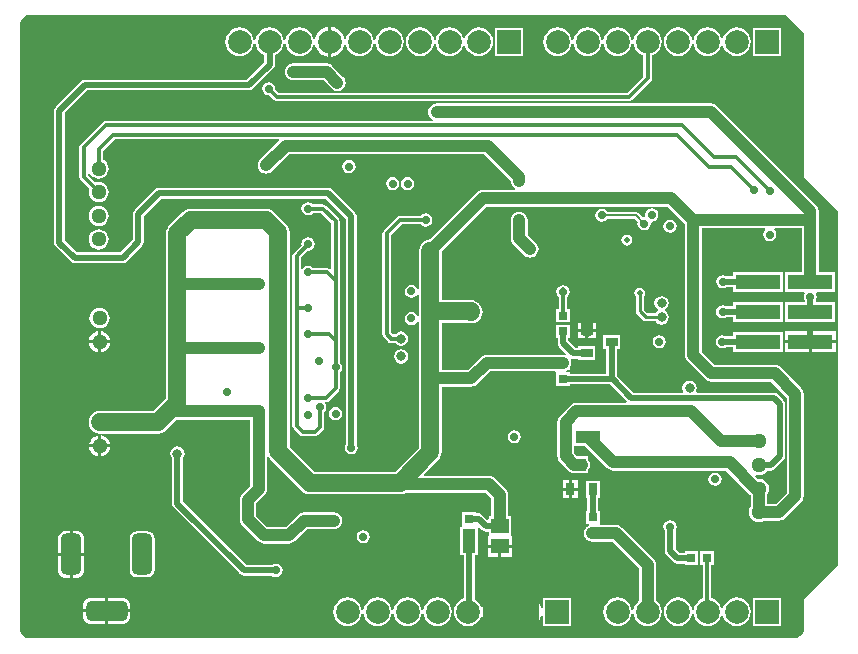
<source format=gbl>
%FSTAX24Y24*%
%MOIN*%
%SFA1B1*%

%IPPOS*%
%AMD42*
4,1,8,-0.016700,-0.068900,0.016700,-0.068900,0.033400,-0.052200,0.033400,0.052200,0.016700,0.068900,-0.016700,0.068900,-0.033400,0.052200,-0.033400,-0.052200,-0.016700,-0.068900,0.0*
1,1,0.033400,-0.016700,-0.052200*
1,1,0.033400,0.016700,-0.052200*
1,1,0.033400,0.016700,0.052200*
1,1,0.033400,-0.016700,0.052200*
%
%AMD43*
4,1,8,0.068900,-0.016700,0.068900,0.016700,0.052200,0.033400,-0.052200,0.033400,-0.068900,0.016700,-0.068900,-0.016700,-0.052200,-0.033400,0.052200,-0.033400,0.068900,-0.016700,0.0*
1,1,0.033400,0.052200,-0.016700*
1,1,0.033400,0.052200,0.016700*
1,1,0.033400,-0.052200,0.016700*
1,1,0.033400,-0.052200,-0.016700*
%
%ADD10R,0.031500X0.029500*%
%ADD12R,0.029500X0.031500*%
%ADD13R,0.043300X0.078700*%
%ADD14R,0.031500X0.031500*%
%ADD16R,0.031500X0.031500*%
%ADD17R,0.078700X0.043300*%
%ADD22R,0.150000X0.050000*%
%ADD33C,0.010000*%
%ADD34C,0.019700*%
%ADD35C,0.039400*%
%ADD37C,0.011800*%
%ADD38C,0.008000*%
%ADD39C,0.051200*%
%ADD40R,0.078700X0.078700*%
%ADD41C,0.078700*%
G04~CAMADD=42~8~0.0~0.0~669.0~1378.0~167.0~0.0~15~0.0~0.0~0.0~0.0~0~0.0~0.0~0.0~0.0~0~0.0~0.0~0.0~180.0~668.0~1377.0*
%ADD42D42*%
G04~CAMADD=43~8~0.0~0.0~669.0~1378.0~167.0~0.0~15~0.0~0.0~0.0~0.0~0~0.0~0.0~0.0~0.0~0~0.0~0.0~0.0~270.0~1378.0~668.0*
%ADD43D43*%
%ADD44C,0.031500*%
%ADD45C,0.027600*%
%ADD46C,0.019700*%
%ADD47R,0.059100X0.051200*%
%ADD48R,0.040000X0.030000*%
%ADD49R,0.030000X0.040000*%
%ADD50C,0.059100*%
%ADD51R,0.190600X0.101400*%
%LNvapeixshield-1*%
%LPD*%
G36*
X000429Y020936D02*
X000471D01*
X025679*
X026269Y020346*
Y015604*
X026279Y015553*
X026307Y015511*
X027419Y014399*
Y002615*
X026306Y001503*
X026278Y00146*
X026268Y00141*
Y000429*
X02624Y000362*
X026162Y00026*
X02606Y000182*
X026027Y000168*
X000577*
X000569*
X00052Y00017*
X000494Y000171*
X000445Y000175*
X000407Y000179*
X000375Y000187*
X00035Y000195*
X000315Y000202*
X000234Y000256*
X00018Y000337*
X000162Y000429*
X000163Y000436*
X000164Y000445*
Y000452*
X000163Y000456*
Y020708*
X000164*
X000179Y020784*
X000233Y020865*
X000314Y020919*
X000374Y020932*
X000422Y020936*
X000429*
G37*
%LNvapeixshield-2*%
%LPC*%
G36*
X015436Y020532D02*
X015313Y020515D01*
X015198Y020468*
X015099Y020392*
X015024Y020293*
X014978Y020183*
X014966Y020178*
X014938*
X014926Y020183*
X01488Y020293*
X014805Y020392*
X014706Y020468*
X014591Y020515*
X014468Y020532*
X014344Y020515*
X014229Y020468*
X014131Y020392*
X014055Y020293*
X014007Y020178*
X014001Y020128*
X01395*
X013944Y020178*
X013896Y020293*
X01382Y020392*
X013722Y020468*
X013607Y020515*
X013483Y020532*
X01336Y020515*
X013245Y020468*
X013147Y020392*
X013071Y020293*
X013023Y020178*
X013007Y020055*
X013023Y019932*
X013071Y019817*
X013147Y019718*
X013245Y019642*
X01336Y019595*
X013483Y019579*
X013607Y019595*
X013722Y019642*
X01382Y019718*
X013896Y019817*
X013944Y019932*
X01395Y019982*
X014001*
X014007Y019932*
X014055Y019817*
X014131Y019718*
X014229Y019642*
X014344Y019595*
X014468Y019579*
X014591Y019595*
X014706Y019642*
X014805Y019718*
X01488Y019817*
X014926Y019927*
X014938Y019932*
X014966*
X014978Y019927*
X015024Y019817*
X015099Y019718*
X015198Y019642*
X015313Y019595*
X015436Y019579*
X01556Y019595*
X015674Y019642*
X015773Y019718*
X015849Y019817*
X015897Y019932*
X015913Y020055*
X015897Y020178*
X015849Y020293*
X015773Y020392*
X015674Y020468*
X01556Y020515*
X015436Y020532*
G37*
G36*
X024036D02*
X023913Y020515D01*
X023798Y020468*
X023699Y020392*
X023624Y020293*
X023578Y020183*
X023565Y020178*
X023538*
X023526Y020183*
X02348Y020293*
X023405Y020392*
X023306Y020468*
X023191Y020515*
X023068Y020532*
X022944Y020515*
X022829Y020468*
X022731Y020392*
X022655Y020293*
X022607Y020178*
X022601Y020128*
X02255*
X022544Y020178*
X022496Y020293*
X02242Y020392*
X022322Y020468*
X022207Y020515*
X022083Y020532*
X02196Y020515*
X021845Y020468*
X021746Y020392*
X021671Y020293*
X021623Y020178*
X021607Y020055*
X021623Y019932*
X021671Y019817*
X021746Y019718*
X021845Y019642*
X02196Y019595*
X022083Y019578*
X022207Y019595*
X022322Y019642*
X02242Y019718*
X022496Y019817*
X022544Y019932*
X02255Y019982*
X022601*
X022607Y019932*
X022655Y019817*
X022731Y019718*
X022829Y019642*
X022944Y019595*
X023068Y019578*
X023191Y019595*
X023306Y019642*
X023405Y019718*
X02348Y019817*
X023526Y019927*
X023538Y019932*
X023565*
X023578Y019927*
X023624Y019817*
X023699Y019718*
X023798Y019642*
X023913Y019595*
X024036Y019578*
X02416Y019595*
X024274Y019642*
X024373Y019718*
X024449Y019817*
X024496Y019932*
X024513Y020055*
X024496Y020178*
X024449Y020293*
X024373Y020392*
X024274Y020468*
X02416Y020515*
X024036Y020532*
G37*
G36*
X010418Y020547D02*
X010339Y020536D01*
X010219Y020486*
X010116Y020407*
X010036Y020304*
X009987Y020184*
X009982Y02015*
X009932*
X009928Y020178*
X00988Y020293*
X009805Y020392*
X009706Y020468*
X009591Y020515*
X009468Y020532*
X009344Y020515*
X009229Y020468*
X009131Y020392*
X009055Y020293*
X009007Y020178*
X008996Y020091*
X008993Y020068*
X008942*
X00894Y020091*
X008928Y020178*
X00888Y020293*
X008805Y020392*
X008706Y020468*
X008591Y020515*
X008468Y020532*
X008344Y020515*
X008229Y020468*
X008131Y020392*
X008055Y020293*
X008007Y020178*
X007996Y020091*
X007993Y020068*
X007943*
X00794Y020091*
X007928Y020178*
X00788Y020293*
X007805Y020392*
X007706Y020468*
X007591Y020515*
X007468Y020532*
X007344Y020515*
X007229Y020468*
X007131Y020392*
X007055Y020293*
X007007Y020178*
X006991Y020055*
X007007Y019932*
X007055Y019817*
X007131Y019718*
X007229Y019642*
X007344Y019595*
X007468Y019579*
X007591Y019595*
X007706Y019642*
X007805Y019718*
X00788Y019817*
X007928Y019932*
X00794Y02002*
X007943Y020042*
X007993*
X007996Y02002*
X008007Y019932*
X008055Y019817*
X008131Y019718*
X008229Y019642*
X008287Y019619*
Y01937*
X007711Y018794*
X002311*
X002242Y01878*
X002184Y018741*
X001332Y017889*
X001293Y017831*
X001279Y017761*
Y013361*
X001293Y013291*
X001332Y013233*
X001838Y012727*
X001897Y012688*
X001966Y012674*
X003568*
X003638Y012688*
X003696Y012727*
X004223Y013254*
X004263Y013313*
X004276Y013382*
Y01424*
X00486Y014823*
X010347*
X011011Y014159*
Y006648*
X010988Y006613*
X010971Y006529*
X010988Y006444*
X011036Y006373*
X011108Y006325*
X011192Y006308*
X011277Y006325*
X011348Y006373*
X011396Y006444*
X011413Y006529*
X011396Y006613*
X011373Y006648*
Y014233*
X011359Y014303*
X01132Y014361*
X010549Y015132*
X010491Y015171*
X010422Y015185*
X004785*
X004716Y015171*
X004657Y015132*
X003968Y014442*
X003929Y014384*
X003915Y014315*
Y013457*
X003494Y013035*
X002041*
X00164Y013435*
Y017687*
X002386Y018432*
X007786*
X007855Y018446*
X007914Y018485*
X008595Y019167*
X008635Y019226*
X008648Y019295*
Y019619*
X008706Y019642*
X008805Y019718*
X00888Y019817*
X008928Y019932*
X00894Y02002*
X008942Y020042*
X008993*
X008996Y02002*
X009007Y019932*
X009055Y019817*
X009131Y019718*
X009229Y019642*
X009344Y019595*
X009468Y019579*
X009591Y019595*
X009706Y019642*
X009805Y019718*
X00988Y019817*
X009928Y019932*
X009932Y019961*
X009982*
X009987Y019926*
X010036Y019806*
X010116Y019703*
X010219Y019624*
X010339Y019574*
X010418Y019564*
Y020055*
Y020547*
G37*
G36*
X021068Y020532D02*
X020944Y020515D01*
X020829Y020468*
X020731Y020392*
X020655Y020293*
X020607Y020178*
X020596Y020091*
X020593Y020068*
X020542*
X02054Y020091*
X020528Y020178*
X02048Y020293*
X020405Y020392*
X020306Y020468*
X020191Y020515*
X020068Y020532*
X019944Y020515*
X019829Y020468*
X019731Y020392*
X019655Y020293*
X019607Y020178*
X019596Y020091*
X019593Y020068*
X019542*
X01954Y020091*
X019528Y020178*
X01948Y020293*
X019405Y020392*
X019306Y020468*
X019191Y020515*
X019068Y020532*
X018944Y020515*
X018829Y020468*
X018731Y020392*
X018655Y020293*
X018607Y020178*
X018596Y020091*
X018593Y020068*
X018542*
X01854Y020091*
X018528Y020178*
X01848Y020293*
X018405Y020392*
X018306Y020468*
X018191Y020515*
X018068Y020532*
X017944Y020515*
X017829Y020468*
X017731Y020392*
X017655Y020293*
X017607Y020178*
X017591Y020055*
X017607Y019932*
X017655Y019817*
X017731Y019718*
X017829Y019642*
X017944Y019595*
X018068Y019578*
X018191Y019595*
X018306Y019642*
X018405Y019718*
X01848Y019817*
X018528Y019932*
X01854Y020019*
X018542Y020042*
X018593*
X018596Y020019*
X018607Y019932*
X018655Y019817*
X018731Y019718*
X018829Y019642*
X018944Y019595*
X019068Y019578*
X019191Y019595*
X019306Y019642*
X019405Y019718*
X01948Y019817*
X019528Y019932*
X01954Y020019*
X019542Y020042*
X019593*
X019596Y020019*
X019607Y019932*
X019655Y019817*
X019731Y019718*
X019829Y019642*
X019944Y019595*
X020068Y019578*
X020191Y019595*
X020306Y019642*
X020405Y019718*
X02048Y019817*
X020528Y019932*
X02054Y020019*
X020542Y020042*
X020593*
X020596Y020019*
X020607Y019932*
X020655Y019817*
X020731Y019718*
X020829Y019642*
X020927Y019602*
Y018896*
X02038Y018348*
X008777*
X008652Y018473*
X008655Y018491*
X008639Y018576*
X008591Y018647*
X008519Y018695*
X008435Y018712*
X00835Y018695*
X008279Y018647*
X008231Y018576*
X008214Y018491*
X008231Y018407*
X008279Y018335*
X00835Y018287*
X008435Y018271*
X008453Y018274*
X008619Y018108*
X008665Y018078*
X008719Y018067*
X020438*
X020492Y018078*
X020537Y018108*
X021167Y018738*
X021198Y018784*
X021208Y018837*
Y019602*
X021306Y019642*
X021405Y019718*
X02148Y019817*
X021528Y019932*
X021544Y020055*
X021528Y020178*
X02148Y020293*
X021405Y020392*
X021306Y020468*
X021191Y020515*
X021068Y020532*
G37*
G36*
X016909Y020528D02*
X015964D01*
Y019583*
X016909*
Y020528*
G37*
G36*
X025509Y020527D02*
X024564D01*
Y019583*
X025509*
Y020527*
G37*
G36*
X010518Y020547D02*
Y020055D01*
Y019564*
X010597Y019574*
X010717Y019624*
X01082Y019703*
X010899Y019806*
X010949Y019926*
X010953Y019961*
X011004*
X011007Y019932*
X011055Y019817*
X011131Y019718*
X011229Y019642*
X011344Y019595*
X011468Y019579*
X011591Y019595*
X011706Y019642*
X011805Y019718*
X01188Y019817*
X011928Y019932*
X01194Y02002*
X011942Y020042*
X011993*
X011996Y02002*
X012007Y019932*
X012055Y019817*
X012131Y019718*
X012229Y019642*
X012344Y019595*
X012468Y019579*
X012591Y019595*
X012706Y019642*
X012805Y019718*
X01288Y019817*
X012928Y019932*
X012944Y020055*
X012928Y020178*
X01288Y020293*
X012805Y020392*
X012706Y020468*
X012591Y020515*
X012468Y020532*
X012344Y020515*
X012229Y020468*
X012131Y020392*
X012055Y020293*
X012007Y020178*
X011996Y020091*
X011993Y020068*
X011942*
X01194Y020091*
X011928Y020178*
X01188Y020293*
X011805Y020392*
X011706Y020468*
X011591Y020515*
X011468Y020532*
X011344Y020515*
X011229Y020468*
X011131Y020392*
X011055Y020293*
X011007Y020178*
X011004Y02015*
X010953*
X010949Y020184*
X010899Y020304*
X01082Y020407*
X010717Y020486*
X010597Y020536*
X010518Y020547*
G37*
G36*
X010366Y019337D02*
X009246D01*
X009174Y019328*
X009107Y0193*
X009049Y019256*
X009005Y019198*
X008977Y019131*
X008968Y019059*
X008977Y018987*
X009005Y01892*
X009049Y018863*
X009107Y018818*
X009174Y018791*
X009246Y018781*
X01025*
X010531Y0185*
X010589Y018456*
X010656Y018428*
X010728Y018419*
X0108Y018428*
X010867Y018456*
X010925Y0185*
X010969Y018558*
X010996Y018625*
X011006Y018697*
X010996Y018769*
X010969Y018836*
X010925Y018893*
X010562Y019256*
X010505Y0193*
X010437Y019328*
X010366Y019337*
G37*
G36*
X011111Y016117D02*
X011027Y0161D01*
X010955Y016052*
X010907Y015981*
X01089Y015896*
X010907Y015812*
X010955Y01574*
X011027Y015692*
X011111Y015675*
X011196Y015692*
X011267Y01574*
X011315Y015812*
X011332Y015896*
X011315Y015981*
X011267Y016052*
X011196Y0161*
X011111Y016117*
G37*
G36*
X013065Y015549D02*
X01298Y015532D01*
X012909Y015484*
X012861Y015413*
X012844Y015328*
X012861Y015244*
X012909Y015172*
X01298Y015124*
X013065Y015108*
X013149Y015124*
X013221Y015172*
X013269Y015244*
X013286Y015328*
X013269Y015413*
X013221Y015484*
X013149Y015532*
X013065Y015549*
G37*
G36*
X012571D02*
X012486Y015532D01*
X012415Y015484*
X012367Y015413*
X01235Y015328*
X012367Y015244*
X012415Y015172*
X012486Y015124*
X012571Y015108*
X012655Y015124*
X012727Y015172*
X012775Y015244*
X012792Y015328*
X012775Y015413*
X012727Y015484*
X012655Y015532*
X012571Y015549*
G37*
G36*
X002768Y014593D02*
X002681Y014582D01*
X0026Y014548*
X00253Y014495*
X002476Y014425*
X002442Y014343*
X002431Y014256*
X002442Y014169*
X002476Y014087*
X00253Y014017*
X0026Y013964*
X002681Y01393*
X002768Y013918*
X002856Y01393*
X002937Y013964*
X003007Y014017*
X003061Y014087*
X003094Y014169*
X003106Y014256*
X003094Y014343*
X003061Y014425*
X003007Y014495*
X002937Y014548*
X002856Y014582*
X002768Y014593*
G37*
G36*
X013666Y014333D02*
X013581Y014316D01*
X01351Y014268*
X013499Y014252*
X012814*
X01276Y014242*
X012715Y014211*
X012269Y013765*
X012238Y01372*
X012228Y013666*
Y0103*
X012238Y010246*
X012269Y010201*
X012408Y010062*
X012453Y010031*
X012507Y010021*
X012665*
X012684Y009991*
X012763Y009939*
X012855Y00992*
X012947Y009939*
X013025Y009991*
X013077Y010069*
X013096Y010161*
X013077Y010253*
X013025Y010331*
X012947Y010384*
X012855Y010402*
X012763Y010384*
X012684Y010331*
X012665Y010302*
X012565*
X012509Y010358*
Y013608*
X012872Y013971*
X013499*
X01351Y013956*
X013581Y013908*
X013666Y013891*
X01375Y013908*
X013822Y013956*
X01387Y014027*
X013887Y014112*
X01387Y014196*
X013822Y014268*
X01375Y014316*
X013666Y014333*
G37*
G36*
X002768Y013806D02*
X002681Y013795D01*
X0026Y013761*
X00253Y013707*
X002476Y013637*
X002442Y013556*
X002431Y013469*
X002442Y013381*
X002476Y0133*
X00253Y01323*
X0026Y013176*
X002681Y013142*
X002768Y013131*
X002856Y013142*
X002937Y013176*
X003007Y01323*
X003061Y0133*
X003094Y013381*
X003106Y013469*
X003094Y013556*
X003061Y013637*
X003007Y013707*
X002937Y013761*
X002856Y013795*
X002768Y013806*
G37*
G36*
X00975Y014715D02*
X009665Y014698D01*
X009593Y01465*
X009546Y014579*
X009529Y014494*
X009546Y01441*
X009593Y014338*
X009665Y01429*
X00975Y014273*
X009834Y01429*
X009906Y014338*
X009916Y014354*
X010184*
X010524Y014013*
Y012486*
X010518Y012483*
X010474Y012471*
X010434Y012498*
X010381Y012509*
X009916*
X009906Y012524*
X009834Y012572*
X00975Y012589*
X009665Y012572*
X009593Y012524*
X009558Y012471*
X009508Y012486*
Y012873*
X009731Y013096*
X00975Y013092*
X009834Y013109*
X009906Y013157*
X009954Y013229*
X00997Y013313*
X009954Y013397*
X009906Y013469*
X009834Y013517*
X00975Y013534*
X009665Y013517*
X009593Y013469*
X009546Y013397*
X009529Y013313*
X009532Y013295*
X009268Y01303*
X009238Y012984*
X009227Y012931*
Y011192*
Y007259*
X009238Y007205*
X009268Y007159*
X009471Y006957*
X009516Y006926*
X00957Y006915*
X009976*
X010029Y006926*
X010075Y006957*
X010237Y007119*
X010268Y007164*
X010278Y007218*
Y0077*
X010294Y007711*
X010342Y007782*
X010359Y007867*
X010342Y007951*
X010306Y008004*
X01033Y008054*
X010344*
X010398Y008065*
X010443Y008096*
X010764Y008416*
X010794Y008462*
X010805Y008515*
Y009038*
X010821Y009049*
X010869Y00912*
X010885Y009205*
X010869Y009289*
X010821Y009361*
X010805Y009371*
Y010098*
Y012084*
Y014072*
X010794Y014125*
X010764Y014171*
X010341Y014593*
X010296Y014624*
X010242Y014635*
X009916*
X009906Y01465*
X009834Y014698*
X00975Y014715*
G37*
G36*
X025565Y012384D02*
X023907D01*
Y012236*
X023691*
X023656Y012259*
X023572Y012276*
X023487Y012259*
X023415Y012211*
X023368Y012139*
X023351Y012055*
X023368Y011971*
X023415Y011899*
X023487Y011851*
X023572Y011834*
X023656Y011851*
X023691Y011874*
X023907*
Y011726*
X025565*
Y012384*
G37*
G36*
X023195Y017999D02*
X014031D01*
X013959Y017989*
X013892Y017962*
X013834Y017917*
X01379Y01786*
X013762Y017793*
X013753Y017721*
X013762Y017649*
X01379Y017582*
X013834Y017524*
X013892Y01748*
X013928Y017465*
X013918Y017415*
X003001*
X002947Y017405*
X002901Y017374*
X002172Y016644*
X002141Y016599*
X00213Y016545*
Y015541*
X002141Y015487*
X002172Y015441*
X002454Y015159*
X002442Y015131*
X002431Y015043*
X002442Y014956*
X002476Y014875*
X00253Y014805*
X0026Y014751*
X002681Y014717*
X002768Y014706*
X002856Y014717*
X002937Y014751*
X003007Y014805*
X003061Y014875*
X003094Y014956*
X003106Y015043*
X003094Y015131*
X003061Y015212*
X003007Y015282*
X002937Y015336*
X002856Y015369*
X002768Y015381*
X002681Y015369*
X002653Y015358*
X002411Y015599*
Y015687*
X002461Y015697*
X002476Y015662*
X00253Y015592*
X0026Y015538*
X002681Y015505*
X002768Y015493*
X002856Y015505*
X002937Y015538*
X003007Y015592*
X003061Y015662*
X003094Y015743*
X003106Y015831*
X003094Y015918*
X003061Y015999*
X003007Y016069*
X002937Y016123*
X002909Y016135*
Y016416*
X003305Y016813*
X008766*
X008786Y016763*
X008157Y016133*
X008113Y016076*
X008085Y016009*
X008076Y015937*
X008085Y015865*
X008113Y015798*
X008157Y01574*
X008215Y015696*
X008282Y015668*
X008354Y015659*
X008425Y015668*
X008493Y015696*
X00855Y01574*
X009118Y016307*
X015629*
X01651Y015426*
Y015409*
X01652Y015338*
X016547Y01527*
X016592Y015213*
X016648Y01517*
Y015166*
X016637Y01512*
X015572*
X0155Y01511*
X015433Y015082*
X015375Y015038*
X01381Y013473*
X01373Y013462*
X013639Y013425*
X013561Y013365*
X013501Y013287*
X013464Y013196*
X013451Y013098*
Y011812*
X013401Y011807*
X013398Y01182*
X01335Y011892*
X013279Y01194*
X013194Y011957*
X01311Y01194*
X013038Y011892*
X01299Y01182*
X012973Y011736*
X01299Y011651*
X013038Y01158*
X01311Y011532*
X013194Y011515*
X013279Y011532*
X01335Y01158*
X013398Y011651*
X013401Y011665*
X013451Y01166*
Y01107*
Y010911*
X013401Y010906*
X013398Y010919*
X01335Y010991*
X013279Y011039*
X013194Y011056*
X01311Y011039*
X013038Y010991*
X01299Y010919*
X012973Y010835*
X01299Y01075*
X013038Y010679*
X01311Y010631*
X013194Y010614*
X013279Y010631*
X01335Y010679*
X013398Y01075*
X013401Y010763*
X013451Y010758*
Y008862*
X013454Y008836*
X013451Y008811*
Y006523*
X012658Y00573*
X00997*
X009136Y006563*
Y013706*
X009123Y013804*
X009086Y013895*
X009026Y013973*
X008611Y014388*
X008533Y014448*
X008442Y014485*
X008344Y014498*
X005849*
X005751Y014485*
X00566Y014448*
X005582Y014388*
X005127Y013932*
X005067Y013854*
X005029Y013763*
X005016Y013666*
Y008169*
X004597Y007749*
X002809*
X002711Y007736*
X00262Y007699*
X002542Y007639*
X002482Y007561*
X002444Y00747*
X002432Y007372*
X002444Y007274*
X002482Y007183*
X002542Y007105*
X00262Y007045*
X002711Y007008*
X002809Y006995*
X004753*
X00485Y007008*
X004941Y007045*
X00502Y007105*
X005376Y007461*
X007823*
Y005263*
X007549Y004988*
X007505Y004931*
X007477Y004864*
X007467Y004792*
Y004136*
X007477Y004064*
X007505Y003997*
X007549Y00394*
X008076Y003413*
X008133Y003368*
X008201Y003341*
X008272Y003331*
X009124*
X009196Y003341*
X009263Y003368*
X009321Y003413*
X009726Y003818*
X010613*
X010685Y003827*
X010752Y003855*
X010809Y003899*
X010854Y003957*
X010881Y004024*
X010891Y004096*
X010881Y004168*
X010854Y004235*
X010809Y004292*
X010752Y004336*
X010685Y004364*
X010613Y004374*
X009611*
X009539Y004364*
X009472Y004336*
X009414Y004292*
X009009Y003887*
X008388*
X008023Y004251*
Y004677*
X008298Y004951*
X008342Y005009*
X00837Y005076*
X008379Y005148*
Y006216*
X008429Y006226*
X008432Y006218*
X008492Y00614*
X009547Y005086*
X009625Y005026*
X009716Y004988*
X009813Y004976*
X012814*
X012912Y004988*
X012998Y005024*
X015669*
X015861Y004832*
Y004238*
X015765*
Y004147*
X015715Y004126*
X01556Y004282*
X015501Y004321*
X015432Y004335*
X015362*
Y004391*
X014889*
Y003929*
Y003918*
X014864Y003879*
X01483*
Y002934*
X014945*
Y001509*
X014845Y001468*
X014746Y001392*
X014671Y001293*
X014623Y001178*
X014607Y001055*
X014623Y000932*
X014671Y000817*
X014746Y000718*
X014845Y000642*
X01496Y000595*
X015083Y000578*
X015207Y000595*
X015322Y000642*
X01542Y000718*
X015496Y000817*
X015538Y000918*
X01556Y000922*
X01559Y000918*
X015636Y000806*
X015716Y000703*
X015819Y000624*
X015939Y000574*
X016018Y000564*
Y001055*
Y001546*
X015939Y001536*
X015819Y001486*
X015716Y001407*
X015636Y001304*
X01559Y001192*
X01556Y001188*
X015538Y001192*
X015496Y001293*
X01542Y001392*
X015322Y001468*
X015306Y001474*
Y002934*
X015421*
Y003839*
X015471Y00386*
X015555Y003775*
X015614Y003736*
X015683Y003722*
X015765*
Y00359*
X015744*
Y003284*
X016139*
X016535*
Y00359*
X016513*
Y004238*
X016417*
Y004947*
X016408Y005019*
X01638Y005086*
X016336Y005144*
X015981Y005499*
X015924Y005543*
X015857Y00557*
X015785Y00558*
X01364*
X013621Y005626*
X014095Y0061*
X014155Y006178*
X014192Y006269*
X014205Y006367*
Y008558*
X01519*
X015262Y008568*
X015329Y008596*
X015386Y00864*
X015818Y009071*
X017973*
X018012Y009044*
Y008591*
X018484*
Y008637*
X019818*
X020382Y008073*
X020361Y008023*
X018694*
X018622Y008014*
X018555Y007986*
X018498Y007942*
X018139Y007583*
X018095Y007526*
X018067Y007459*
X018058Y007387*
Y006883*
Y006238*
X018067Y006167*
X018095Y006099*
X018139Y006042*
X018419Y005762*
X018476Y005718*
X018543Y00569*
X018615Y005681*
X018639*
Y00568*
X019096*
Y005804*
X019108Y00582*
X019136Y005887*
X019146Y005959*
X019136Y006031*
X019108Y006098*
X019096Y006113*
Y006238*
X018729*
X018614Y006354*
Y006587*
X018986*
X019727Y005846*
X019785Y005801*
X019852Y005774*
X019924Y005764*
X023688*
X024491Y004962*
X024499Y004955*
Y004558*
X024485Y00454*
X024451Y004458*
X024439Y004371*
X024451Y004283*
X024485Y004202*
X024538Y004132*
X024608Y004078*
X02469Y004045*
X024777Y004033*
X024864Y004045*
X024946Y004078*
X024964Y004093*
X025457*
X025529Y004102*
X025596Y00413*
X025654Y004174*
X02619Y00471*
X026234Y004768*
X026262Y004835*
X026271Y004907*
Y008313*
X026262Y008385*
X026234Y008452*
X02619Y00851*
X0255Y009199*
X025443Y009243*
X025376Y009271*
X025304Y00928*
X02331*
X022865Y009726*
Y013834*
X024974*
X024989Y013784*
X024986Y013781*
X024938Y01371*
X024921Y013625*
X024938Y013541*
X024986Y013469*
X025057Y013421*
X025142Y013404*
X025226Y013421*
X025298Y013469*
X025346Y013541*
X025363Y013625*
X025346Y01371*
X025298Y013781*
X025294Y013784*
X025309Y013834*
X026208*
Y012384*
X025657*
Y011726*
X02628*
X026307Y011676*
X026287Y011646*
X02627Y011562*
X026287Y011477*
X026305Y011449*
Y011384*
X025657*
Y010726*
X027315*
Y011384*
X026666*
Y011435*
X026695Y011477*
X026711Y011562*
X026695Y011646*
X026674Y011676*
X026701Y011726*
X027315*
Y012384*
X026764*
Y01443*
X026754Y014502*
X026727Y014569*
X026682Y014627*
X023392Y017917*
X023334Y017962*
X023267Y017989*
X023195Y017999*
G37*
G36*
X025565Y011384D02*
X023907D01*
Y011236*
X023686*
X023651Y011259*
X023567Y011276*
X023482Y011259*
X023411Y011211*
X023363Y011139*
X023346Y011055*
X023363Y010971*
X023411Y010899*
X023482Y010851*
X023567Y010834*
X023651Y010851*
X023686Y010874*
X023907*
Y010726*
X025565*
Y011384*
G37*
G36*
X002799Y011179D02*
X002712Y011167D01*
X002631Y011134*
X002561Y01108*
X002507Y01101*
X002473Y010929*
X002462Y010841*
X002473Y010754*
X002507Y010673*
X002561Y010603*
X002631Y010549*
X002712Y010515*
X002799Y010504*
X002887Y010515*
X002968Y010549*
X003038Y010603*
X003092Y010673*
X003126Y010754*
X003137Y010841*
X003126Y010929*
X003092Y01101*
X003038Y01108*
X002968Y011134*
X002887Y011167*
X002799Y011179*
G37*
G36*
X025565Y010384D02*
X023907D01*
Y010237*
X02368*
X023645Y010261*
X02356Y010277*
X023476Y010261*
X023404Y010213*
X023356Y010141*
X023339Y010057*
X023356Y009972*
X023404Y009901*
X023476Y009853*
X02356Y009836*
X023645Y009853*
X02368Y009876*
X023907*
Y009726*
X025565*
Y010384*
G37*
G36*
X027336Y010405D02*
X026536D01*
Y010105*
X027336*
Y010405*
G37*
G36*
X026436D02*
X025636D01*
Y010105*
X026436*
Y010405*
G37*
G36*
X002849Y010406D02*
Y010104D01*
X003152*
X003146Y010147*
X00311Y010234*
X003053Y010308*
X002979Y010365*
X002892Y010401*
X002849Y010406*
G37*
G36*
X002749D02*
X002707Y010401D01*
X00262Y010365*
X002546Y010308*
X002489Y010234*
X002453Y010147*
X002447Y010104*
X002749*
Y010406*
G37*
G36*
X027336Y010005D02*
X026536D01*
Y009705*
X027336*
Y010005*
G37*
G36*
X026436D02*
X025636D01*
Y009705*
X026436*
Y010005*
G37*
G36*
X003152Y010004D02*
X002849D01*
Y009702*
X002892Y009707*
X002979Y009743*
X003053Y0098*
X00311Y009875*
X003146Y009961*
X003152Y010004*
G37*
G36*
X002749D02*
X002447D01*
X002453Y009961*
X002489Y009875*
X002546Y0098*
X00262Y009743*
X002707Y009707*
X002749Y009702*
Y010004*
G37*
G36*
X012855Y009811D02*
X012763Y009793D01*
X012684Y00974*
X012632Y009662*
X012614Y00957*
X012632Y009478*
X012684Y0094*
X012763Y009348*
X012855Y009329*
X012947Y009348*
X013025Y0094*
X013077Y009478*
X013096Y00957*
X013077Y009662*
X013025Y00974*
X012947Y009793*
X012855Y009811*
G37*
G36*
X010665Y007885D02*
X01058Y007868D01*
X010508Y00782*
X010461Y007749*
X010444Y007664*
X010461Y00758*
X010508Y007508*
X01058Y00746*
X010665Y007443*
X010749Y00746*
X010821Y007508*
X010869Y00758*
X010885Y007664*
X010869Y007749*
X010821Y00782*
X010749Y007868*
X010665Y007885*
G37*
G36*
X016626Y007114D02*
X016542Y007098D01*
X01647Y00705*
X016422Y006978*
X016405Y006894*
X016422Y006809*
X01647Y006738*
X016542Y00669*
X016626Y006673*
X01671Y00669*
X016782Y006738*
X01683Y006809*
X016847Y006894*
X01683Y006978*
X016782Y00705*
X01671Y007098*
X016626Y007114*
G37*
G36*
X002859Y006937D02*
Y006635D01*
X003161*
X003156Y006678*
X00312Y006764*
X003063Y006838*
X002988Y006895*
X002902Y006931*
X002859Y006937*
G37*
G36*
X002759D02*
X002716Y006931D01*
X002629Y006895*
X002555Y006838*
X002498Y006764*
X002462Y006678*
X002456Y006635*
X002759*
Y006937*
G37*
G36*
Y006535D02*
X002456D01*
X002462Y006492*
X002498Y006405*
X002555Y006331*
X002629Y006274*
X002716Y006238*
X002759Y006232*
Y006535*
G37*
G36*
X003161D02*
X002859D01*
Y006232*
X002902Y006238*
X002988Y006274*
X003063Y006331*
X00312Y006405*
X003156Y006492*
X003161Y006535*
G37*
G36*
X023317Y005695D02*
X023232Y005678D01*
X023161Y005631*
X023113Y005559*
X023096Y005474*
X023113Y00539*
X023161Y005318*
X023232Y00527*
X023317Y005254*
X023401Y00527*
X023473Y005318*
X023521Y00539*
X023538Y005474*
X023521Y005559*
X023473Y005631*
X023401Y005678*
X023317Y005695*
G37*
G36*
X018744Y005432D02*
X018544D01*
Y005182*
X018744*
Y005432*
G37*
G36*
X018444D02*
X018244D01*
Y005182*
X018444*
Y005432*
G37*
G36*
X018744Y005082D02*
X018544D01*
Y004832*
X018744*
Y005082*
G37*
G36*
X018444D02*
X018244D01*
Y004832*
X018444*
Y005082*
G37*
G36*
X011585Y003779D02*
X0115Y003762D01*
X011428Y003714*
X011381Y003642*
X011364Y003558*
X011381Y003473*
X011428Y003402*
X0115Y003354*
X011585Y003337*
X011669Y003354*
X011741Y003402*
X011789Y003473*
X011805Y003558*
X011789Y003642*
X011741Y003714*
X011669Y003762*
X011585Y003779*
G37*
G36*
X002025Y003764D02*
X001907D01*
Y003022*
X002294*
Y003494*
X002285Y003564*
X002258Y003629*
X002215Y003685*
X002159Y003728*
X002094Y003755*
X002025Y003764*
G37*
G36*
X001807D02*
X00169D01*
X00162Y003755*
X001555Y003728*
X001499Y003685*
X001456Y003629*
X001429Y003564*
X00142Y003494*
Y003022*
X001807*
Y003764*
G37*
G36*
X016535Y003184D02*
X016189D01*
Y002878*
X016535*
Y003184*
G37*
G36*
X016089D02*
X015744D01*
Y002878*
X016089*
Y003184*
G37*
G36*
X021817Y004114D02*
X021732Y004097D01*
X02166Y004049*
X021613Y003977*
X021596Y003893*
X021613Y003808*
X021636Y003774*
Y003082*
X02165Y003013*
X021689Y002954*
X021932Y002711*
X021991Y002672*
X02206Y002658*
X022298*
Y002602*
X02275*
Y003075*
X022298*
Y003019*
X022135*
X021997Y003157*
Y003774*
X022021Y003808*
X022037Y003893*
X022021Y003977*
X021973Y004049*
X021901Y004097*
X021817Y004114*
G37*
G36*
X005393Y006567D02*
X005301Y006549D01*
X005223Y006496*
X005171Y006418*
X005152Y006326*
X005171Y006234*
X005213Y006171*
Y004663*
X005226Y004594*
X005266Y004536*
X007496Y002305*
X007554Y002266*
X007624Y002252*
X008559*
X008593Y002229*
X008678Y002212*
X008762Y002229*
X008834Y002277*
X008882Y002349*
X008899Y002433*
X008882Y002518*
X008834Y002589*
X008762Y002637*
X008678Y002654*
X008593Y002637*
X008559Y002614*
X007698*
X005574Y004738*
Y006171*
X005616Y006234*
X005634Y006326*
X005616Y006418*
X005564Y006496*
X005485Y006549*
X005393Y006567*
G37*
G36*
X004387Y003745D02*
X004052D01*
X003956Y003726*
X003875Y003672*
X00382Y00359*
X003801Y003494*
Y002451*
X00382Y002355*
X003875Y002273*
X003956Y002219*
X004052Y0022*
X004387*
X004483Y002219*
X004564Y002273*
X004619Y002355*
X004638Y002451*
Y003494*
X004619Y00359*
X004564Y003672*
X004483Y003726*
X004387Y003745*
G37*
G36*
X002294Y002922D02*
X001907D01*
Y002181*
X002025*
X002094Y00219*
X002159Y002217*
X002215Y00226*
X002258Y002316*
X002285Y002381*
X002294Y002451*
Y002922*
G37*
G36*
X001807D02*
X00142D01*
Y002451*
X001429Y002381*
X001456Y002316*
X001499Y00226*
X001555Y002217*
X00162Y00219*
X00169Y002181*
X001807*
Y002922*
G37*
G36*
X00356Y00152D02*
X003088D01*
Y001133*
X00383*
Y00125*
X00382Y00132*
X003794Y001385*
X003751Y001441*
X003695Y001484*
X00363Y00151*
X00356Y00152*
G37*
G36*
X002988D02*
X002517D01*
X002447Y00151*
X002382Y001484*
X002326Y001441*
X002283Y001385*
X002256Y00132*
X002247Y00125*
Y001133*
X002988*
Y00152*
G37*
G36*
X023282Y003075D02*
X022829D01*
Y002602*
X022915*
Y001503*
X022829Y001468*
X022731Y001392*
X022655Y001293*
X022607Y001178*
X022601Y001128*
X02255*
X022544Y001178*
X022496Y001293*
X02242Y001392*
X022322Y001468*
X022207Y001515*
X022083Y001532*
X02196Y001515*
X021845Y001468*
X021746Y001392*
X021671Y001293*
X021623Y001178*
X021607Y001055*
X021623Y000932*
X021671Y000817*
X021746Y000718*
X021845Y000642*
X02196Y000595*
X022083Y000578*
X022207Y000595*
X022322Y000642*
X02242Y000718*
X022496Y000817*
X022544Y000932*
X02255Y000982*
X022601*
X022607Y000932*
X022655Y000817*
X022731Y000718*
X022829Y000642*
X022944Y000595*
X023068Y000578*
X023191Y000595*
X023306Y000642*
X023405Y000718*
X02348Y000817*
X023526Y000927*
X023538Y000932*
X023565*
X023578Y000927*
X023624Y000817*
X023699Y000718*
X023798Y000642*
X023913Y000595*
X024036Y000578*
X02416Y000595*
X024274Y000642*
X024373Y000718*
X024449Y000817*
X024496Y000932*
X024513Y001055*
X024496Y001178*
X024449Y001293*
X024373Y001392*
X024274Y001468*
X02416Y001515*
X024036Y001532*
X023913Y001515*
X023798Y001468*
X023699Y001392*
X023624Y001293*
X023578Y001183*
X023565Y001178*
X023538*
X023526Y001183*
X02348Y001293*
X023405Y001392*
X023306Y001468*
X023196Y001513*
Y002602*
X023282*
Y003075*
G37*
G36*
X01947Y005411D02*
X019013D01*
Y004853*
X019061*
Y004429*
X019002*
Y003976*
X019116*
X019126Y003926*
X019086Y00391*
X01907Y003898*
X019002*
Y003831*
X018984Y003808*
X018956Y003741*
X018947Y003669*
X018956Y003597*
X018984Y00353*
X019002Y003506*
Y003445*
X019064*
X019086Y003428*
X019153Y0034*
X019225Y003391*
X019898*
X02079Y002499*
Y001437*
X020731Y001392*
X020655Y001293*
X020607Y001178*
X020596Y001091*
X020593Y001068*
X020542*
X02054Y001091*
X020528Y001178*
X02048Y001293*
X020405Y001392*
X020306Y001468*
X020191Y001515*
X020068Y001532*
X019944Y001515*
X019829Y001468*
X019731Y001392*
X019655Y001293*
X019607Y001178*
X019591Y001055*
X019607Y000932*
X019655Y000817*
X019731Y000718*
X019829Y000642*
X019944Y000595*
X020068Y000578*
X020191Y000595*
X020306Y000642*
X020405Y000718*
X02048Y000817*
X020528Y000932*
X02054Y001019*
X020542Y001042*
X020593*
X020596Y001019*
X020607Y000932*
X020655Y000817*
X020731Y000718*
X020829Y000642*
X020944Y000595*
X021068Y000578*
X021191Y000595*
X021306Y000642*
X021405Y000718*
X02148Y000817*
X021528Y000932*
X021544Y001055*
X021528Y001178*
X02148Y001293*
X021405Y001392*
X021346Y001437*
Y002614*
X021336Y002686*
X021308Y002753*
X021264Y002811*
X02021Y003865*
X020152Y00391*
X020085Y003937*
X020013Y003947*
X019512*
X019475Y003976*
Y003997*
Y004429*
X019422*
Y004853*
X01947*
Y005411*
G37*
G36*
X014068Y001532D02*
X013944Y001515D01*
X013829Y001468*
X013731Y001392*
X013655Y001293*
X013607Y001178*
X013596Y001091*
X013593Y001068*
X013542*
X01354Y001091*
X013528Y001178*
X01348Y001293*
X013405Y001392*
X013306Y001468*
X013191Y001515*
X013068Y001532*
X012944Y001515*
X012829Y001468*
X012731Y001392*
X012655Y001293*
X012607Y001178*
X012596Y001091*
X012593Y001068*
X012542*
X01254Y001091*
X012528Y001178*
X01248Y001293*
X012405Y001392*
X012306Y001468*
X012191Y001515*
X012068Y001532*
X011944Y001515*
X011829Y001468*
X011731Y001392*
X011655Y001293*
X011607Y001178*
X011596Y001091*
X011593Y001068*
X011542*
X01154Y001091*
X011528Y001178*
X01148Y001293*
X011405Y001392*
X011306Y001468*
X011191Y001515*
X011068Y001532*
X010944Y001515*
X010829Y001468*
X010731Y001392*
X010655Y001293*
X010607Y001178*
X010591Y001055*
X010607Y000932*
X010655Y000817*
X010731Y000718*
X010829Y000642*
X010944Y000595*
X011068Y000578*
X011191Y000595*
X011306Y000642*
X011405Y000718*
X01148Y000817*
X011528Y000932*
X01154Y001019*
X011542Y001042*
X011593*
X011596Y001019*
X011607Y000932*
X011655Y000817*
X011731Y000718*
X011829Y000642*
X011944Y000595*
X012068Y000578*
X012191Y000595*
X012306Y000642*
X012405Y000718*
X01248Y000817*
X012528Y000932*
X01254Y001019*
X012542Y001042*
X012593*
X012596Y001019*
X012607Y000932*
X012655Y000817*
X012731Y000718*
X012829Y000642*
X012944Y000595*
X013068Y000578*
X013191Y000595*
X013306Y000642*
X013405Y000718*
X01348Y000817*
X013528Y000932*
X01354Y001019*
X013542Y001042*
X013593*
X013596Y001019*
X013607Y000932*
X013655Y000817*
X013731Y000718*
X013829Y000642*
X013944Y000595*
X014068Y000578*
X014191Y000595*
X014306Y000642*
X014405Y000718*
X01448Y000817*
X014528Y000932*
X014544Y001055*
X014528Y001178*
X01448Y001293*
X014405Y001392*
X014306Y001468*
X014191Y001515*
X014068Y001532*
G37*
G36*
X00383Y001033D02*
X003088D01*
Y000646*
X00356*
X00363Y000655*
X003695Y000682*
X003751Y000725*
X003794Y000781*
X00382Y000846*
X00383Y000915*
Y001033*
G37*
G36*
X002988D02*
X002247D01*
Y000915*
X002256Y000846*
X002283Y000781*
X002326Y000725*
X002382Y000682*
X002447Y000655*
X002517Y000646*
X002988*
Y001033*
G37*
G36*
X025509Y001527D02*
X024564D01*
Y000583*
X025509*
Y001527*
G37*
G36*
X017086Y001546D02*
Y001055D01*
Y000564*
X017165Y000574*
X017285Y000624*
X017388Y000703*
X017467Y000806*
X017517Y000926*
X017564Y000914*
Y000583*
X018509*
Y001527*
X017564*
Y001196*
X017517Y001184*
X017467Y001304*
X017388Y001407*
X017285Y001486*
X017165Y001536*
X017086Y001546*
G37*
G36*
X016118D02*
Y001055D01*
Y000564*
X016197Y000574*
X016317Y000624*
X01642Y000703*
X016499Y000806*
X016525Y000869*
X016579*
X016605Y000806*
X016684Y000703*
X016787Y000624*
X016907Y000574*
X016986Y000564*
Y001055*
Y001546*
X016907Y001536*
X016787Y001486*
X016684Y001407*
X016605Y001304*
X016579Y001241*
X016525*
X016499Y001304*
X01642Y001407*
X016317Y001486*
X016197Y001536*
X016118Y001546*
G37*
%LNvapeixshield-3*%
%LPD*%
G36*
X022309Y013997D02*
Y009611D01*
X022319Y009539*
X022346Y009472*
X02239Y009414*
X022999Y008806*
X023056Y008762*
X023123Y008734*
X023195Y008724*
X025189*
X025715Y008198*
Y005022*
X025342Y004649*
X025055*
Y004971*
X025069Y004989*
X025103Y005071*
X025115Y005158*
X025103Y005246*
X025069Y005327*
X025016Y005397*
X024946Y005451*
X024864Y005484*
X024777Y005496*
X024747Y005492*
X024662Y005577*
X02469Y00562*
X024777Y005608*
X024864Y00562*
X024946Y005653*
X025016Y005707*
X02506Y005765*
X025167*
X025236Y005779*
X025295Y005818*
X025594Y006117*
X025633Y006176*
X025647Y006245*
Y007989*
X025633Y008058*
X025594Y008116*
X025401Y008309*
X025343Y008348*
X025274Y008362*
X0227*
X022676Y008406*
X022688Y008424*
X022706Y008516*
X022688Y008608*
X022636Y008686*
X022558Y008738*
X022465Y008757*
X022373Y008738*
X022295Y008686*
X022243Y008608*
X022225Y008516*
X022243Y008424*
X022255Y008406*
X022231Y008362*
X020604*
X020047Y008918*
Y00982*
X020145*
Y010278*
X019588*
Y00982*
X019686*
Y008998*
X018484*
Y009044*
X018362*
X018352Y009094*
X018387Y009108*
X018406Y009123*
X018484*
Y009204*
X018489Y00921*
X018517Y009277*
X018526Y009349*
X018517Y009421*
X018498Y009465*
X018502Y009472*
X018536Y009505*
X018589Y009494*
X018761*
Y009446*
X019319*
Y009904*
X018761*
Y009856*
X018664*
X018429Y010091*
Y010173*
X018484*
Y010626*
X018012*
Y010173*
X018067*
Y010016*
X018081Y009947*
X01812Y009888*
X018349Y00966*
X018321Y009617*
X01832Y009618*
X018248Y009627*
X015703*
X015631Y009618*
X015564Y00959*
X015506Y009546*
X015075Y009114*
X014205*
Y010693*
X015066*
X015092Y010682*
X01519Y01067*
X015287Y010682*
X015378Y01072*
X015457Y01078*
X015516Y010858*
X015554Y010949*
X015567Y011047*
X015554Y011144*
X015516Y011235*
X015457Y011314*
X015433Y011337*
X015355Y011397*
X015264Y011435*
X015166Y011448*
X014205*
Y013082*
X015687Y014564*
X021742*
X022309Y013997*
G37*
%LNvapeixshield-4*%
%LPC*%
G36*
X021208Y014505D02*
X021124Y014488D01*
X021052Y01444*
X021004Y014369*
X020987Y014284*
X020995Y014244*
X02096Y014209*
X020951Y014211*
X020909Y014203*
X020753Y01436*
X020713Y014386*
X020667Y014395*
X019725*
X019702Y01443*
X01963Y014478*
X019546Y014495*
X019461Y014478*
X01939Y01443*
X019342Y014359*
X019325Y014274*
X019342Y01419*
X01939Y014118*
X019461Y01407*
X019546Y014053*
X01963Y01407*
X019702Y014118*
X019725Y014153*
X020617*
X020738Y014032*
X02073Y01399*
X020747Y013906*
X020795Y013834*
X020866Y013786*
X020951Y013769*
X021035Y013786*
X021107Y013834*
X021155Y013906*
X021172Y01399*
X021164Y01403*
X021199Y014065*
X021208Y014063*
X021293Y01408*
X021364Y014128*
X021412Y0142*
X021429Y014284*
X021412Y014369*
X021364Y01444*
X021293Y014488*
X021208Y014505*
G37*
G36*
X021817Y01413D02*
X021732Y014113D01*
X02166Y014065*
X021613Y013994*
X021596Y013909*
X021613Y013825*
X02166Y013753*
X021732Y013705*
X021817Y013688*
X021901Y013705*
X021973Y013753*
X022021Y013825*
X022037Y013909*
X022021Y013994*
X021973Y014065*
X021901Y014113*
X021817Y01413*
G37*
G36*
X020372Y013621D02*
X020303Y013607D01*
X020245Y013568*
X020206Y01351*
X020192Y013441*
X020206Y013371*
X020245Y013313*
X020303Y013274*
X020372Y01326*
X020442Y013274*
X0205Y013313*
X020539Y013371*
X020553Y013441*
X020539Y01351*
X0205Y013568*
X020442Y013607*
X020372Y013621*
G37*
G36*
X016788Y01439D02*
X016716Y01438D01*
X016649Y014353*
X016592Y014308*
X016547Y014251*
X01652Y014184*
X01651Y014112*
Y013504*
X01652Y013432*
X016547Y013365*
X016592Y013307*
X016957Y012942*
X017014Y012898*
X017081Y01287*
X017153Y012861*
X017225Y01287*
X017292Y012898*
X01735Y012942*
X017394Y013*
X017422Y013067*
X017431Y013139*
X017422Y013211*
X017394Y013278*
X01735Y013335*
X017066Y013619*
Y014112*
X017057Y014184*
X017029Y014251*
X016985Y014308*
X016927Y014353*
X01686Y01438*
X016788Y01439*
G37*
G36*
X018248Y011941D02*
X018194Y01193D01*
X018193Y011929*
X018164Y011923*
X018092Y011875*
X018044Y011804*
X018027Y011719*
X018044Y011635*
X018092Y011563*
X018108Y011553*
Y011157*
X018012*
Y010704*
X018484*
Y011157*
X018389*
Y011553*
X018404Y011563*
X018452Y011635*
X018469Y011719*
X018452Y011804*
X018404Y011875*
X018333Y011923*
X018304Y011929*
X018302Y01193*
X018248Y011941*
G37*
G36*
X020803Y011859D02*
X020734Y011846D01*
X020675Y011806*
X020636Y011748*
X020622Y011679*
X020636Y01161*
X020671Y011556*
Y01107*
X020681Y01102*
X02071Y010978*
X020913Y010775*
X020955Y010746*
X021006Y010736*
X021336*
X021362Y010697*
X021441Y010645*
X021533Y010627*
X021625Y010645*
X021703Y010697*
X021755Y010776*
X021774Y010868*
X021755Y01096*
X021703Y011038*
X021648Y011075*
Y011133*
X021703Y01117*
X021755Y011248*
X021774Y01134*
X021755Y011432*
X021703Y01151*
X021625Y011563*
X021533Y011581*
X021441Y011563*
X021362Y01151*
X02131Y011432*
X021292Y01134*
X02131Y011248*
X021362Y01117*
X021418Y011133*
Y011075*
X021362Y011038*
X021336Y010999*
X02106*
X020934Y011125*
Y011556*
X02097Y01161*
X020983Y011679*
X02097Y011748*
X02093Y011806*
X020872Y011846*
X020803Y011859*
G37*
G36*
X01934Y010673D02*
X01909D01*
Y010473*
X01934*
Y010673*
G37*
G36*
X01899D02*
X01874D01*
Y010473*
X01899*
Y010673*
G37*
G36*
X01934Y010373D02*
X01909D01*
Y010173*
X01934*
Y010373*
G37*
G36*
X01899D02*
X01874D01*
Y010173*
X01899*
Y010373*
G37*
G36*
X021452Y010277D02*
X021367Y010261D01*
X021295Y010213*
X021248Y010141*
X021231Y010057*
X021248Y009972*
X021295Y009901*
X021367Y009853*
X021452Y009836*
X021536Y009853*
X021608Y009901*
X021656Y009972*
X021672Y010057*
X021656Y010141*
X021608Y010213*
X021536Y010261*
X021452Y010277*
G37*
%LNvapeixshield-5*%
%LPD*%
G54D10*
X018248Y010931D03*
Y010399D03*
Y009349D03*
Y008818D03*
X019238Y003671D03*
Y004203D03*
G54D12*
X022524Y002839D03*
X023056D03*
G54D13*
X015126Y003406D03*
G54D14*
X015126Y004154D03*
G54D16*
X018336Y006883D03*
G54D17*
X019084Y006883D03*
G54D22*
X026486Y012055D03*
Y011055D03*
Y010055D03*
X024736Y012055D03*
Y011055D03*
Y010055D03*
G54D33*
X021006Y010868D02*
X021533D01*
X020803Y01107D02*
X021006Y010868D01*
X020803Y01107D02*
Y011679D01*
G54D34*
X025466Y006245D02*
Y007989D01*
X024777Y005946D02*
X025167D01*
X025466Y006245*
X019242Y004203D02*
Y005132D01*
X015126Y004154D02*
X015432D01*
X015683Y003903*
X016139*
X018248Y010016D02*
Y010399D01*
Y010016D02*
X018589Y009675D01*
X01904*
X026486Y010055D02*
Y010487D01*
X026491Y010492*
X018248Y008818D02*
X019867D01*
Y010049*
X008468Y019295D02*
Y020055D01*
X021817Y003082D02*
Y003893D01*
Y003082D02*
X02206Y002839D01*
X022524*
X005393Y004663D02*
Y006326D01*
Y004663D02*
X007624Y002433D01*
X008678*
X015126Y001097D02*
Y003406D01*
X015083Y001055D02*
X015126Y001097D01*
X00146Y017761D02*
X002311Y018613D01*
X007786*
X008468Y019295*
X020529Y008181D02*
X025274D01*
X010422Y015004D02*
X011192Y014233D01*
Y006529D02*
Y014233D01*
X00146Y013361D02*
Y017761D01*
Y013361D02*
X001966Y012855D01*
X003568D02*
X004096Y013382D01*
X001966Y012855D02*
X003568D01*
X004096Y013382D02*
Y014315D01*
X004785Y015004*
X010422*
X023572Y012055D02*
X024736D01*
X023567Y011055D02*
X024731D01*
X026486D02*
Y011557D01*
X02356Y010057D02*
X024734D01*
X025274Y008181D02*
X025466Y007989D01*
X019867Y008843D02*
X020529Y008181D01*
G54D35*
X022587Y009611D02*
X023195Y009002D01*
X019084Y006883D02*
X019924Y006042D01*
X023804*
X024687Y005158*
X024777*
X025993Y004907D02*
Y008313D01*
X025304Y009002D02*
X025993Y008313D01*
X023195Y009002D02*
X025304D01*
X024777Y004371D02*
Y005158D01*
X015785Y005302D02*
X016139Y004947D01*
Y003903D02*
Y004947D01*
X019225Y003669D02*
X020013D01*
X021068Y002614*
Y001055D02*
Y002614D01*
X005466Y011995D02*
X008101D01*
X005444Y009864D02*
X008101D01*
Y005148D02*
Y007739D01*
X008272Y003609D02*
X009124D01*
X009611Y004096*
X010613*
X005069Y007739D02*
X008101D01*
X013854Y008836D02*
X01519D01*
X012347Y005302D02*
X015785D01*
X007745Y004136D02*
X008272Y003609D01*
X007745Y004136D02*
Y004792D01*
X008101Y005148*
X01519Y008836D02*
X015703Y009349D01*
X018248*
X008354Y015937D02*
X009002Y016585D01*
X009246Y019059D02*
X010366D01*
X010728Y018697*
X024777Y004371D02*
X025457D01*
X025993Y004907*
X022506Y007745D02*
X023518Y006733D01*
X024777*
X018336Y006883D02*
Y007387D01*
X018694Y007745*
X022506*
X018336Y006238D02*
Y006883D01*
Y006238D02*
X018615Y005959D01*
X018868*
X019059Y010442D02*
Y012976D01*
X01904Y010423D02*
X019059Y010442D01*
X016788Y013504D02*
Y014112D01*
Y013504D02*
X017153Y013139D01*
X014031Y017721D02*
X023195D01*
X022587Y009611D02*
Y014112D01*
X026439*
X026486Y012055D02*
Y01443D01*
X023195Y017721D02*
X026486Y01443D01*
X013828Y013098D02*
X015572Y014842D01*
X021857D02*
X022587Y014112D01*
X015572Y014842D02*
X021857D01*
X009002Y016585D02*
X015744D01*
X016788Y015541*
Y015409D02*
Y015541D01*
G54D37*
X018248Y011719D02*
Y0118D01*
Y010931D02*
Y011719D01*
X023056Y001067D02*
Y002839D01*
Y001067D02*
X023068Y001055D01*
X002271Y015541D02*
X002768Y015043D01*
X00975Y008195D02*
X010344D01*
X010665Y008515*
Y009205*
X00975Y010321D02*
X010441D01*
X010665Y010098*
Y009205D02*
Y010098D01*
X00975Y014494D02*
X010242D01*
X010665Y014072*
X00975Y012368D02*
X010381D01*
X010665Y012084*
Y010098D02*
Y012084D01*
Y014072*
X012368Y0103D02*
Y013666D01*
X012814Y014112*
X013666*
X012368Y0103D02*
X012507Y010161D01*
X002271Y015541D02*
Y016545D01*
X003001Y017275*
X008435Y018491D02*
X008719Y018207D01*
X020438*
X021068Y018837*
Y020055*
X002768Y015831D02*
Y016475D01*
X003247Y016953*
X022057*
X00957Y007056D02*
X009976D01*
X010138Y007218*
Y007867*
X009367Y007259D02*
X00957Y007056D01*
X009367Y012931D02*
X00975Y013313D01*
X009372Y011187D02*
X00975D01*
X009367Y011192D02*
X009372Y011187D01*
X009367Y007259D02*
Y011192D01*
Y012931*
X012507Y010161D02*
X012855D01*
X003001Y017275D02*
X022222D01*
X023276Y01622*
X024006*
X022057Y016953D02*
X023114Y015896D01*
X023844*
X024615Y015126*
X024006Y01622D02*
X025142Y015085D01*
X024734Y010057D02*
X024736Y010055D01*
G54D38*
X02356Y012044D02*
X023572Y012055D01*
X020667Y014274D02*
X020951Y01399D01*
X019546Y014274D02*
X020667D01*
G54D39*
X002768Y014256D03*
Y013469D03*
Y015043D03*
Y015831D03*
X002809Y006585D03*
Y007372D03*
X002799Y010054D03*
Y010841D03*
X024777Y004371D03*
Y005158D03*
Y006733D03*
Y005946D03*
G54D40*
X025036Y001055D03*
X018036D03*
X025036Y020055D03*
X016436D03*
G54D41*
X024036Y001055D03*
X023068D03*
X022083D03*
X021068D03*
X020068D03*
X013068D03*
X014068D03*
X015083D03*
X016068D03*
X017036D03*
X012068D03*
X011068D03*
X020068Y020055D03*
X021068D03*
X022083D03*
X023068D03*
X024036D03*
X019068D03*
X018068D03*
X007468D03*
X008468D03*
X009468D03*
X010468D03*
X015436D03*
X014468D03*
X013483D03*
X012468D03*
X011468D03*
G54D42*
X004219Y002972D03*
X001857D03*
G54D43*
X003038Y001083D03*
G54D44*
X021533Y01134D03*
Y010868D03*
X005393Y006326D03*
X022465Y008516D03*
X012855Y00957D03*
Y010161D03*
G54D45*
X02356Y011517D03*
X018248Y011719D03*
X019059Y012976D03*
X016626Y006894D03*
X006691Y015637D03*
X008101Y014121D03*
Y011995D03*
Y009864D03*
Y007739D03*
X00975Y014494D03*
Y013313D03*
Y012368D03*
Y011187D03*
Y010321D03*
Y008195D03*
Y007604D03*
X009651Y003244D03*
X010665Y009205D03*
X008272Y003609D03*
X010613Y004096D03*
X012431Y00643D03*
X026491Y010492D03*
X01519Y011047D03*
Y008836D03*
X011864Y009733D03*
X021817Y003893D03*
X008678Y002433D03*
X011192Y006529D03*
X010665Y007664D03*
X011585Y003558D03*
X011111Y015896D03*
X008435Y018491D03*
X013666Y014112D03*
X008354Y015937D03*
X010746Y002616D03*
X013194Y011736D03*
Y010835D03*
X012571Y015328D03*
X014031Y017721D03*
X023317Y005474D03*
X009246Y019059D03*
X010728Y018697D03*
X011435Y015288D03*
X010422Y01545D03*
X013065Y015328D03*
X010138Y007867D03*
X007056Y008394D03*
X023572Y012055D03*
X023567Y011055D03*
X026491Y011562D03*
X026485Y01256D03*
X010097Y009408D03*
X017153Y013139D03*
X016788Y014112D03*
X020951Y01399D03*
X021208Y014284D03*
X019546Y014274D03*
X024615Y015126D03*
X025142Y015085D03*
Y013625D03*
X016788Y015409D03*
X021452Y010057D03*
X02356D03*
X021817Y013909D03*
G54D46*
X020803Y011679D03*
X020372Y013441D03*
G54D47*
X016139Y003903D03*
Y003234D03*
G54D48*
X01904Y009675D03*
Y010423D03*
X019867Y010049D03*
G54D49*
X019242Y005132D03*
X018494D03*
X018868Y005959D03*
G54D50*
X002809Y007372D02*
X004753D01*
X015166Y01107D02*
X01519Y011047D01*
X012814Y005353D02*
X013828Y006367D01*
X009813Y005353D02*
X012814D01*
X004753Y007372D02*
X005393Y008013D01*
X013828Y006367D02*
Y008811D01*
X013854Y008836*
X005393Y008013D02*
Y013666D01*
X005849Y014121*
X008101*
X013828Y008862D02*
Y01107D01*
X015166*
X008759Y006407D02*
X009813Y005353D01*
X008101Y014121D02*
X008344D01*
X008759Y013706*
Y006407D02*
Y013706D01*
X013828Y01107D02*
Y013098D01*
G54D51*
X016525Y001034D03*
M02*
</source>
